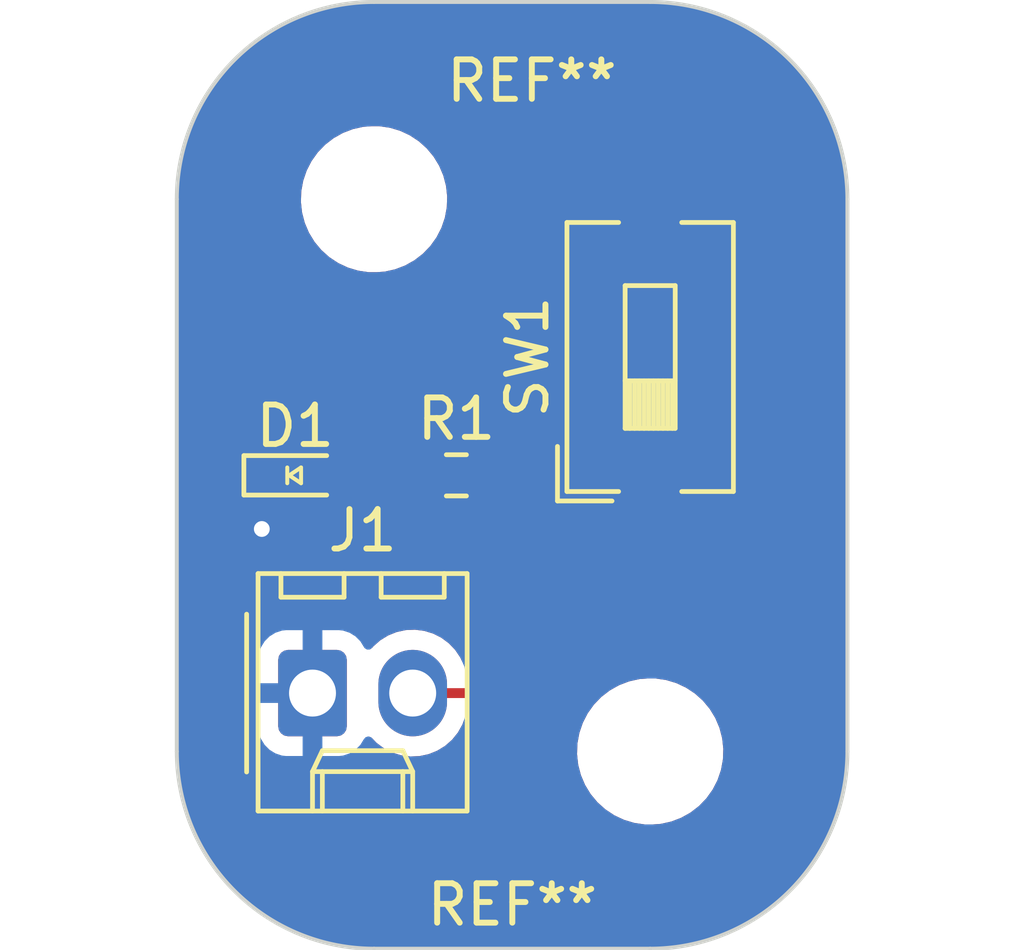
<source format=kicad_pcb>
(kicad_pcb (version 20221018) (generator pcbnew)
  (title_block (title "LED Circuit ") (date "2022-08-16") (rev "0.0") (company "Illini Solar Car") (comment 1 "Designed By: Michael Li "))
  (layers (0 "F.Cu" signal) (31 "B.Cu" signal) (34 "B.Paste" user) (35 "F.Paste" user) (36 "B.SilkS" user "B.Silkscreen") (37 "F.SilkS" user "F.Silkscreen") (38 "B.Mask" user) (39 "F.Mask" user) (44 "Edge.Cuts" user))
  (net 0 "")
  (net 1 "GND")
  (net 2 "Net-(D1-A)")
  (net 3 "+3V3")
  (net 4 "Net-(R1-Pad2)")
  (footprint "Resistor_SMD:R_0603_1608Metric_Pad0.98x0.95mm_HandSolder" (layer "F.Cu") (at 102.0875 85)
    (fp_text reference "R1" (at 0 -1.43) (layer "F.SilkS"))
    (fp_text value "105")
    (fp_line (start -0.254724 -0.5225) (end 0.254724 -0.5225) (stroke (width 0.12)) (layer "F.SilkS"))
    (fp_line (start -0.254724 0.5225) (end 0.254724 0.5225) (stroke (width 0.12)) (layer "F.SilkS"))
    (pad "1" smd roundrect (at -0.9125 0) (size 0.975 0.95) (layers "F.Cu" "F.Paste" "F.Mask") (net 2 "Net-(D1-A)"))
    (pad "2" smd roundrect (at 0.9125 0) (size 0.975 0.95) (layers "F.Cu" "F.Paste" "F.Mask") (net 4 "Net-(R1-Pad2)"))
  )
  (footprint "Connector_Molex:Molex_KK-254_AE-6410-02A_1x02_P2.54mm_Vertical" (layer "F.Cu") (at 98.44 90.52)
    (fp_text reference "J1" (at 1.27 -4.12) (layer "F.SilkS"))
    (fp_text value "Conn_01x02")
    (fp_line (start -1.67 -2) (end -1.67 2) (stroke (width 0.12)) (layer "F.SilkS"))
    (fp_line (start -1.38 -3.03) (end -1.38 2.99) (stroke (width 0.12)) (layer "F.SilkS"))
    (fp_line (start -1.38 2.99) (end 3.92 2.99) (stroke (width 0.12)) (layer "F.SilkS"))
    (fp_line (start -0.8 -3.03) (end -0.8 -2.43) (stroke (width 0.12)) (layer "F.SilkS"))
    (fp_line (start -0.8 -2.43) (end 0.8 -2.43) (stroke (width 0.12)) (layer "F.SilkS"))
    (fp_line (start 0 1.99) (end 0.25 1.46) (stroke (width 0.12)) (layer "F.SilkS"))
    (fp_line (start 0 1.99) (end 2.54 1.99) (stroke (width 0.12)) (layer "F.SilkS"))
    (fp_line (start 0 2.99) (end 0 1.99) (stroke (width 0.12)) (layer "F.SilkS"))
    (fp_line (start 0.25 1.46) (end 2.29 1.46) (stroke (width 0.12)) (layer "F.SilkS"))
    (fp_line (start 0.25 2.99) (end 0.25 1.99) (stroke (width 0.12)) (layer "F.SilkS"))
    (fp_line (start 0.8 -2.43) (end 0.8 -3.03) (stroke (width 0.12)) (layer "F.SilkS"))
    (fp_line (start 1.74 -3.03) (end 1.74 -2.43) (stroke (width 0.12)) (layer "F.SilkS"))
    (fp_line (start 1.74 -2.43) (end 3.34 -2.43) (stroke (width 0.12)) (layer "F.SilkS"))
    (fp_line (start 2.29 1.46) (end 2.54 1.99) (stroke (width 0.12)) (layer "F.SilkS"))
    (fp_line (start 2.29 2.99) (end 2.29 1.99) (stroke (width 0.12)) (layer "F.SilkS"))
    (fp_line (start 2.54 1.99) (end 2.54 2.99) (stroke (width 0.12)) (layer "F.SilkS"))
    (fp_line (start 3.34 -2.43) (end 3.34 -3.03) (stroke (width 0.12)) (layer "F.SilkS"))
    (fp_line (start 3.92 -3.03) (end -1.38 -3.03) (stroke (width 0.12)) (layer "F.SilkS"))
    (fp_line (start 3.92 2.99) (end 3.92 -3.03) (stroke (width 0.12)) (layer "F.SilkS"))
    (pad "1" thru_hole roundrect (at 0 0) (size 1.74 2.19) (drill 1.19) (layers "*.Cu" "*.Mask") (roundrect_rratio 0.143678) (net 1 "GND"))
    (pad "2" thru_hole oval (at 2.54 0) (size 1.74 2.19) (drill 1.19) (layers "*.Cu" "*.Mask") (net 3 "+3V3"))
  )
  (footprint "layout:LED_0603_Symbol_on_F.SilkS" (layer "F.Cu") (at 98 85)
    (fp_text reference "D1" (at 0 -1.25) (layer "F.SilkS"))
    (fp_text value "LED_RED")
    (fp_line (start -1.3 -0.5) (end -1.3 0.5) (stroke (width 0.12)) (layer "F.SilkS"))
    (fp_line (start -1.3 -0.5) (end 0.8 -0.5) (stroke (width 0.12)) (layer "F.SilkS"))
    (fp_line (start -1.3 0.5) (end 0.8 0.5) (stroke (width 0.12)) (layer "F.SilkS"))
    (fp_line (start -0.2 -0.2) (end -0.2 0.2) (stroke (width 0.1)) (layer "F.SilkS"))
    (fp_line (start -0.15 0) (end 0.15 -0.2) (stroke (width 0.1)) (layer "F.SilkS"))
    (fp_line (start 0.15 -0.2) (end 0.15 0.2) (stroke (width 0.1)) (layer "F.SilkS"))
    (fp_line (start 0.15 0.2) (end -0.15 0) (stroke (width 0.1)) (layer "F.SilkS"))
    (pad "1" smd rect (at -0.8 0 180) (size 0.8 0.8) (layers "F.Cu" "F.Paste" "F.Mask") (net 1 "GND"))
    (pad "2" smd rect (at 0.8 0 180) (size 0.8 0.8) (layers "F.Cu" "F.Paste" "F.Mask") (net 2 "Net-(D1-A)"))
  )
  (footprint "MountingHole:MountingHole_3.2mm_M3" (layer "F.Cu") (at 107 92)
    (fp_text reference "REF**" (at -3.495 3.885) (layer "F.SilkS"))
    (fp_text value "MountingHole_3.2mm_M3")
    (pad "" np_thru_hole circle (at 0 0) (size 3.2 3.2) (drill 3.2) (layers "F&B.Cu" "*.Mask"))
  )
  (footprint "MountingHole:MountingHole_3.2mm_M3" (layer "F.Cu") (at 100 78)
    (fp_text reference "REF**" (at 4 -3) (layer "F.SilkS"))
    (fp_text value "MountingHole_3.2mm_M3")
    (pad "" np_thru_hole circle (at 0 0) (size 3.2 3.2) (drill 3.2) (layers "*.Cu" "*.Mask"))
  )
  (footprint "Button_Switch_SMD:SW_DIP_SPSTx01_Slide_6.7x4.1mm_W8.61mm_P2.54mm_LowProfile" (layer "F.Cu") (at 107 82 90)
    (fp_text reference "SW1" (at 0 -3.11 90) (layer "F.SilkS"))
    (fp_text value "SW_Push")
    (fp_line (start -3.65 -2.35) (end -3.65 -0.967) (stroke (width 0.12)) (layer "F.SilkS"))
    (fp_line (start -3.65 -2.35) (end -2.267 -2.35) (stroke (width 0.12)) (layer "F.SilkS"))
    (fp_line (start -3.41 -2.11) (end -3.41 -0.8) (stroke (width 0.12)) (layer "F.SilkS"))
    (fp_line (start -3.41 -2.11) (end 3.41 -2.11) (stroke (width 0.12)) (layer "F.SilkS"))
    (fp_line (start -3.41 0.8) (end -3.41 2.11) (stroke (width 0.12)) (layer "F.SilkS"))
    (fp_line (start -3.41 2.11) (end 3.41 2.11) (stroke (width 0.12)) (layer "F.SilkS"))
    (fp_line (start -1.81 -0.635) (end -1.81 0.635) (stroke (width 0.12)) (layer "F.SilkS"))
    (fp_line (start -1.81 -0.515) (end -0.603333 -0.515) (stroke (width 0.12)) (layer "F.SilkS"))
    (fp_line (start -1.81 -0.395) (end -0.603333 -0.395) (stroke (width 0.12)) (layer "F.SilkS"))
    (fp_line (start -1.81 -0.275) (end -0.603333 -0.275) (stroke (width 0.12)) (layer "F.SilkS"))
    (fp_line (start -1.81 -0.155) (end -0.603333 -0.155) (stroke (width 0.12)) (layer "F.SilkS"))
    (fp_line (start -1.81 -0.035) (end -0.603333 -0.035) (stroke (width 0.12)) (layer "F.SilkS"))
    (fp_line (start -1.81 0.085) (end -0.603333 0.085) (stroke (width 0.12)) (layer "F.SilkS"))
    (fp_line (start -1.81 0.205) (end -0.603333 0.205) (stroke (width 0.12)) (layer "F.SilkS"))
    (fp_line (start -1.81 0.325) (end -0.603333 0.325) (stroke (width 0.12)) (layer "F.SilkS"))
    (fp_line (start -1.81 0.445) (end -0.603333 0.445) (stroke (width 0.12)) (layer "F.SilkS"))
    (fp_line (start -1.81 0.565) (end -0.603333 0.565) (stroke (width 0.12)) (layer "F.SilkS"))
    (fp_line (start -1.81 0.635) (end 1.81 0.635) (stroke (width 0.12)) (layer "F.SilkS"))
    (fp_line (start -0.603333 -0.635) (end -0.603333 0.635) (stroke (width 0.12)) (layer "F.SilkS"))
    (fp_line (start 1.81 -0.635) (end -1.81 -0.635) (stroke (width 0.12)) (layer "F.SilkS"))
    (fp_line (start 1.81 0.635) (end 1.81 -0.635) (stroke (width 0.12)) (layer "F.SilkS"))
    (fp_line (start 3.41 -2.11) (end 3.41 -0.8) (stroke (width 0.12)) (layer "F.SilkS"))
    (fp_line (start 3.41 0.8) (end 3.41 2.11) (stroke (width 0.12)) (layer "F.SilkS"))
    (pad "1" smd rect (at -4.305 0 90) (size 2.44 1.12) (layers "F.Cu" "F.Paste" "F.Mask") (net 3 "+3V3"))
    (pad "2" smd rect (at 4.305 0 90) (size 2.44 1.12) (layers "F.Cu" "F.Paste" "F.Mask") (net 4 "Net-(R1-Pad2)"))
  )
  (gr_arc (start 100 97) (mid 96.464466 95.535534) (end 95 92) (stroke (width 0.1)) (layer "Edge.Cuts"))
  (gr_line (start 100 73) (end 107 73) (stroke (width 0.1)) (layer "Edge.Cuts"))
  (gr_arc (start 112 92) (mid 110.535534 95.535534) (end 107 97) (stroke (width 0.1)) (layer "Edge.Cuts"))
  (gr_line (start 112 78) (end 112 92) (stroke (width 0.1)) (layer "Edge.Cuts"))
  (gr_arc (start 107 73) (mid 110.535534 74.464466) (end 112 78) (stroke (width 0.1)) (layer "Edge.Cuts"))
  (gr_line (start 95 92) (end 95 78) (stroke (width 0.1)) (layer "Edge.Cuts"))
  (gr_arc (start 95 78) (mid 96.464466 74.464466) (end 100 73) (stroke (width 0.1)) (layer "Edge.Cuts"))
  (gr_line (start 107 97) (end 100 97) (stroke (width 0.1)) (layer "Edge.Cuts"))
  (segment (start 97.2 85.045) (end 97.155 85.09) (width 0.25) (layer "F.Cu") (net 1))
  (segment (start 97.2 86.315) (end 97.155 86.36) (width 0.25) (layer "F.Cu") (net 1))
  (segment (start 97.2 85) (end 97.2 86.315) (width 0.25) (layer "F.Cu") (net 1))
  (via (at 97.155 86.36) (size 0.8) (drill 0.4) (layers "F.Cu" "B.Cu") (net 1))
  (segment (start 98.44 90.52) (end 98.44 87.645) (width 0.25) (layer "B.Cu") (net 1))
  (segment (start 98.44 87.645) (end 97.155 86.36) (width 0.25) (layer "B.Cu") (net 1))
  (segment (start 98.8 85) (end 101.175 85) (width 0.25) (layer "F.Cu") (net 2))
  (segment (start 103.505 89.535) (end 102.52 90.52) (width 0.25) (layer "F.Cu") (net 3))
  (segment (start 102.52 90.52) (end 100.98 90.52) (width 0.25) (layer "F.Cu") (net 3))
  (segment (start 104.195 86.305) (end 103.505 86.995) (width 0.25) (layer "F.Cu") (net 3))
  (segment (start 103.505 86.995) (end 103.505 89.535) (width 0.25) (layer "F.Cu") (net 3))
  (segment (start 107 86.305) (end 104.195 86.305) (width 0.25) (layer "F.Cu") (net 3))
  (segment (start 103.886 84.114) (end 103 85) (width 0.25) (layer "F.Cu") (net 4))
  (segment (start 107 77.695) (end 105.185 77.695) (width 0.25) (layer "F.Cu") (net 4))
  (segment (start 103.886 78.994) (end 103.886 84.114) (width 0.25) (layer "F.Cu") (net 4))
  (segment (start 105.185 77.695) (end 103.886 78.994) (width 0.25) (layer "F.Cu") (net 4))
  (zone (net 3) (net_name "+3V3") (layer "F.Cu") (connect_pads (clearance 0.508)) (min_thickness 0.25) (fill yes (thermal_gap 0.5) (thermal_bridge_width 0.5) (island_removal_mode 1) (island_area_min 10))
    (polygon (pts (xy 95 73) (xy 112 73) (xy 112 97) (xy 95 97)))
  )
  (zone (net 1) (net_name "GND") (layer "B.Cu") (priority 1) (connect_pads (clearance 0.508)) (min_thickness 0.25) (fill yes (thermal_gap 0.5) (thermal_bridge_width 0.5) (island_removal_mode 1) (island_area_min 10))
    (polygon (pts (xy 95 73) (xy 112 73) (xy 112 97) (xy 95 97)))
  )
)
</source>
